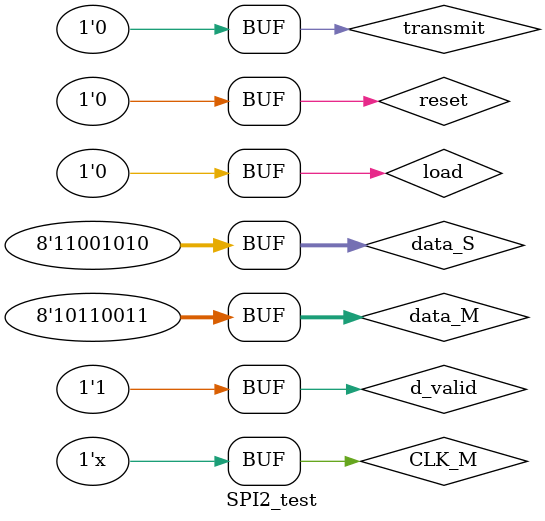
<source format=v>
module SPI2_test;
reg transmit, CLK_M, reset, d_valid, load;
wire MISO;
reg [7:0] data_M;
wire MOSI, SCLK, CS, done_M;
wire [7:0] rx_M;
MASTER ins1(transmit, MISO, CLK_M, reset, d_valid, data_M, MOSI, SCLK, CS, done_M, rx_M);

reg [7:0]data_S;
wire done_S;
wire [7:0]rx_S;
SLAVE2 ins2(MOSI, SCLK, CS, load, data_S, MISO, done_S, rx_S);

always #5 CLK_M = ~CLK_M;


initial begin
CLK_M = 0;
reset= 1;
transmit= 0;
d_valid= 0;
data_M= 8'b0;
data_S = 8'b0;

#20 reset= 0; //S0
#10 transmit= 1; //S0
#10 data_M= 8'b10110011; //S1
    d_valid= 1;
    data_S= 8'b11001010;
    load= 1;
#10 load= 0;
#170 transmit= 0;
#10;
end
endmodule



</source>
